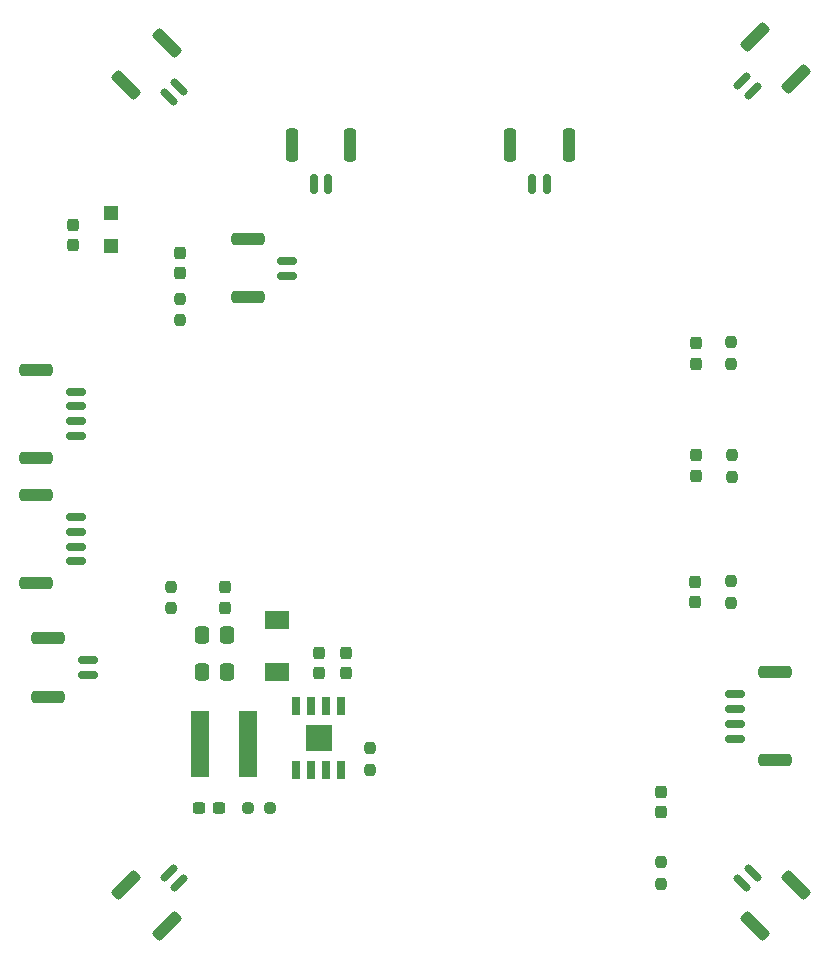
<source format=gtp>
%TF.GenerationSoftware,KiCad,Pcbnew,9.0.0*%
%TF.CreationDate,2025-04-12T13:05:06-05:00*%
%TF.ProjectId,Chassis,43686173-7369-4732-9e6b-696361645f70,rev?*%
%TF.SameCoordinates,Original*%
%TF.FileFunction,Paste,Top*%
%TF.FilePolarity,Positive*%
%FSLAX46Y46*%
G04 Gerber Fmt 4.6, Leading zero omitted, Abs format (unit mm)*
G04 Created by KiCad (PCBNEW 9.0.0) date 2025-04-12 13:05:06*
%MOMM*%
%LPD*%
G01*
G04 APERTURE LIST*
G04 Aperture macros list*
%AMRoundRect*
0 Rectangle with rounded corners*
0 $1 Rounding radius*
0 $2 $3 $4 $5 $6 $7 $8 $9 X,Y pos of 4 corners*
0 Add a 4 corners polygon primitive as box body*
4,1,4,$2,$3,$4,$5,$6,$7,$8,$9,$2,$3,0*
0 Add four circle primitives for the rounded corners*
1,1,$1+$1,$2,$3*
1,1,$1+$1,$4,$5*
1,1,$1+$1,$6,$7*
1,1,$1+$1,$8,$9*
0 Add four rect primitives between the rounded corners*
20,1,$1+$1,$2,$3,$4,$5,0*
20,1,$1+$1,$4,$5,$6,$7,0*
20,1,$1+$1,$6,$7,$8,$9,0*
20,1,$1+$1,$8,$9,$2,$3,0*%
G04 Aperture macros list end*
%ADD10RoundRect,0.150000X0.700000X-0.150000X0.700000X0.150000X-0.700000X0.150000X-0.700000X-0.150000X0*%
%ADD11RoundRect,0.250000X1.150000X-0.250000X1.150000X0.250000X-1.150000X0.250000X-1.150000X-0.250000X0*%
%ADD12RoundRect,0.237500X0.237500X-0.287500X0.237500X0.287500X-0.237500X0.287500X-0.237500X-0.287500X0*%
%ADD13RoundRect,0.237500X0.237500X-0.250000X0.237500X0.250000X-0.237500X0.250000X-0.237500X-0.250000X0*%
%ADD14RoundRect,0.237500X-0.250000X-0.237500X0.250000X-0.237500X0.250000X0.237500X-0.250000X0.237500X0*%
%ADD15RoundRect,0.237500X-0.237500X0.287500X-0.237500X-0.287500X0.237500X-0.287500X0.237500X0.287500X0*%
%ADD16RoundRect,0.237500X-0.300000X-0.237500X0.300000X-0.237500X0.300000X0.237500X-0.300000X0.237500X0*%
%ADD17RoundRect,0.150000X0.388909X-0.601041X0.601041X-0.388909X-0.388909X0.601041X-0.601041X0.388909X0*%
%ADD18RoundRect,0.250000X0.636396X-0.989949X0.989949X-0.636396X-0.636396X0.989949X-0.989949X0.636396X0*%
%ADD19RoundRect,0.150000X-0.150000X-0.700000X0.150000X-0.700000X0.150000X0.700000X-0.150000X0.700000X0*%
%ADD20RoundRect,0.250000X-0.250000X-1.150000X0.250000X-1.150000X0.250000X1.150000X-0.250000X1.150000X0*%
%ADD21RoundRect,0.237500X-0.237500X0.250000X-0.237500X-0.250000X0.237500X-0.250000X0.237500X0.250000X0*%
%ADD22R,1.200000X1.200000*%
%ADD23R,0.700000X1.522000*%
%ADD24R,2.300000X2.300000*%
%ADD25RoundRect,0.150000X0.601041X0.388909X0.388909X0.601041X-0.601041X-0.388909X-0.388909X-0.601041X0*%
%ADD26RoundRect,0.250000X0.989949X0.636396X0.636396X0.989949X-0.989949X-0.636396X-0.636396X-0.989949X0*%
%ADD27RoundRect,0.150000X-0.601041X-0.388909X-0.388909X-0.601041X0.601041X0.388909X0.388909X0.601041X0*%
%ADD28RoundRect,0.250000X-0.989949X-0.636396X-0.636396X-0.989949X0.989949X0.636396X0.636396X0.989949X0*%
%ADD29RoundRect,0.150000X-0.700000X0.150000X-0.700000X-0.150000X0.700000X-0.150000X0.700000X0.150000X0*%
%ADD30RoundRect,0.250000X-1.150000X0.250000X-1.150000X-0.250000X1.150000X-0.250000X1.150000X0.250000X0*%
%ADD31R,1.550000X5.600000*%
%ADD32RoundRect,0.250000X-0.337500X-0.475000X0.337500X-0.475000X0.337500X0.475000X-0.337500X0.475000X0*%
%ADD33R,2.140000X1.490000*%
%ADD34RoundRect,0.237500X0.237500X-0.300000X0.237500X0.300000X-0.237500X0.300000X-0.237500X-0.300000X0*%
%ADD35RoundRect,0.150000X-0.388909X0.601041X-0.601041X0.388909X0.388909X-0.601041X0.601041X-0.388909X0*%
%ADD36RoundRect,0.250000X-0.636396X0.989949X-0.989949X0.636396X0.636396X-0.989949X0.989949X-0.636396X0*%
G04 APERTURE END LIST*
D10*
X56750000Y-81750000D03*
X56750000Y-80500000D03*
D11*
X53400000Y-83600000D03*
X53400000Y-78650000D03*
D10*
X55750000Y-72125000D03*
X55750000Y-70875000D03*
X55750000Y-69625000D03*
X55750000Y-68375000D03*
D11*
X52400000Y-73975000D03*
X52400000Y-66525000D03*
D12*
X68400000Y-76075000D03*
X68400000Y-74325000D03*
D13*
X63800000Y-76112500D03*
X63800000Y-74287500D03*
D14*
X70337500Y-93000000D03*
X72162500Y-93000000D03*
D15*
X105250000Y-91625000D03*
X105250000Y-93375000D03*
X64600000Y-45987999D03*
X64600000Y-47737999D03*
D13*
X111250000Y-55412500D03*
X111250000Y-53587500D03*
X111300000Y-64957500D03*
X111300000Y-63132500D03*
D16*
X66137500Y-93000000D03*
X67862500Y-93000000D03*
D17*
X63636768Y-32820800D03*
X64520652Y-31936916D03*
D18*
X59959813Y-31760140D03*
X63459992Y-28259961D03*
D19*
X94375000Y-40200000D03*
X95625000Y-40200000D03*
D20*
X92525000Y-36850000D03*
X97475000Y-36850000D03*
D21*
X64600000Y-49887500D03*
X64600000Y-51712500D03*
X105250000Y-97587500D03*
X105250000Y-99412500D03*
D22*
X58750000Y-42600000D03*
X58750000Y-45400000D03*
D12*
X55500000Y-45375000D03*
X55500000Y-43625000D03*
D23*
X74401000Y-89801999D03*
X75671000Y-89801999D03*
X76941000Y-89801999D03*
X78211000Y-89801999D03*
X78211000Y-84373999D03*
X76941000Y-84373999D03*
X75671000Y-84373999D03*
X74401000Y-84373999D03*
D24*
X76306000Y-87087999D03*
D25*
X64520652Y-99354936D03*
X63636768Y-98471052D03*
D26*
X63459992Y-103031891D03*
X59959813Y-99531712D03*
D13*
X111200000Y-75625000D03*
X111200000Y-73800000D03*
D27*
X112173348Y-31445064D03*
X113057232Y-32328948D03*
D28*
X113234008Y-27768109D03*
X116734187Y-31268288D03*
D29*
X111550000Y-83375000D03*
X111550000Y-84625000D03*
X111550000Y-85875000D03*
X111550000Y-87125000D03*
D30*
X114900000Y-81525000D03*
X114900000Y-88975000D03*
D31*
X70337000Y-87596000D03*
X66287000Y-87596000D03*
D19*
X75875000Y-40200000D03*
X77125000Y-40200000D03*
D20*
X74025000Y-36850000D03*
X78975000Y-36850000D03*
D32*
X66462500Y-78362999D03*
X68537500Y-78362999D03*
D33*
X72750000Y-81500000D03*
X72750000Y-77050000D03*
D12*
X108250000Y-64875000D03*
X108250000Y-63125000D03*
D10*
X73650000Y-47925000D03*
X73650000Y-46675000D03*
D11*
X70300000Y-49775000D03*
X70300000Y-44825000D03*
D34*
X78592000Y-81600499D03*
X78592000Y-79875499D03*
X76306000Y-81600499D03*
X76306000Y-79875499D03*
D32*
X66462500Y-81500000D03*
X68537500Y-81500000D03*
D10*
X55750000Y-61500000D03*
X55750000Y-60250000D03*
X55750000Y-59000000D03*
X55750000Y-57750000D03*
D11*
X52400000Y-63350000D03*
X52400000Y-55900000D03*
D12*
X108200001Y-75587500D03*
X108200001Y-73837500D03*
X108250000Y-55375000D03*
X108250000Y-53625000D03*
D35*
X113057232Y-98471052D03*
X112173348Y-99354936D03*
D36*
X116734187Y-99531712D03*
X113234008Y-103031891D03*
D13*
X80624000Y-89778499D03*
X80624000Y-87953499D03*
M02*

</source>
